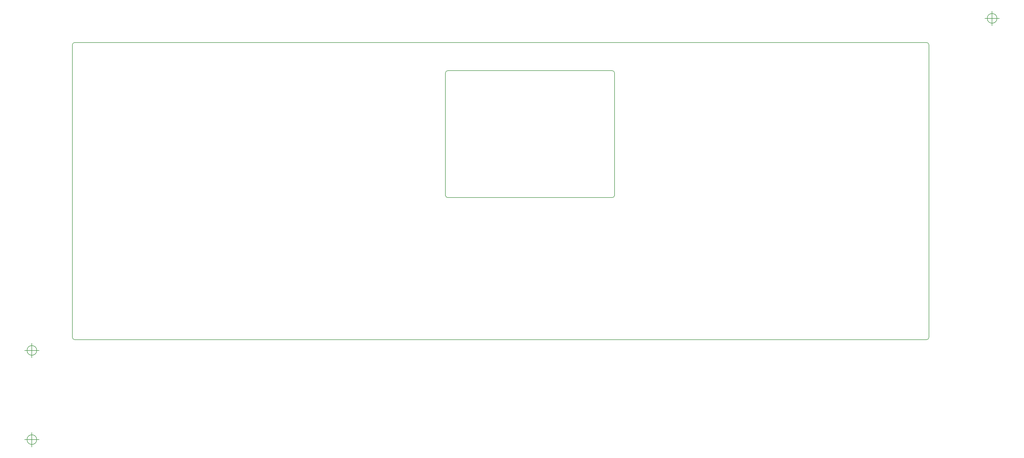
<source format=gbr>
%TF.GenerationSoftware,KiCad,Pcbnew,5.1.9*%
%TF.CreationDate,2021-03-31T15:24:56+02:00*%
%TF.ProjectId,OTTO-Beta-Front,4f54544f-2d42-4657-9461-2d46726f6e74,rev?*%
%TF.SameCoordinates,Original*%
%TF.FileFunction,Profile,NP*%
%FSLAX46Y46*%
G04 Gerber Fmt 4.6, Leading zero omitted, Abs format (unit mm)*
G04 Created by KiCad (PCBNEW 5.1.9) date 2021-03-31 15:24:56*
%MOMM*%
%LPD*%
G01*
G04 APERTURE LIST*
%TA.AperFunction,Profile*%
%ADD10C,0.150000*%
%TD*%
G04 APERTURE END LIST*
D10*
X307670000Y-8300000D02*
G75*
G02*
X308470000Y-9100000I0J-800000D01*
G01*
X308470000Y-109800000D02*
G75*
G02*
X307670000Y-110600000I-800000J0D01*
G01*
X14730000Y-110600000D02*
G75*
G02*
X13930000Y-109800000I0J800000D01*
G01*
X13930000Y-9100000D02*
G75*
G02*
X14730000Y-8300000I800000J0D01*
G01*
X307670000Y-8300000D02*
X14730000Y-8300000D01*
X13930000Y-9100000D02*
X13930000Y-109800000D01*
X308470000Y-109800000D02*
X308470000Y-9100000D01*
X14730000Y-110600000D02*
X307670000Y-110600000D01*
X1666666Y-145000000D02*
G75*
G03*
X1666666Y-145000000I-1666666J0D01*
G01*
X-2500000Y-145000000D02*
X2500000Y-145000000D01*
X0Y-142500000D02*
X0Y-147500000D01*
X200340000Y-60950000D02*
G75*
G02*
X199590000Y-61700000I-750000J0D01*
G01*
X142991041Y-61700000D02*
G75*
G02*
X142241041Y-60950000I0J750000D01*
G01*
X142240000Y-18750000D02*
G75*
G02*
X142990000Y-18000000I750000J0D01*
G01*
X199590000Y-18000000D02*
G75*
G02*
X200340000Y-18750000I0J-750000D01*
G01*
X142990000Y-18000000D02*
X199590000Y-18000000D01*
X142991041Y-61700000D02*
X199590000Y-61700000D01*
X142240000Y-18750000D02*
X142241041Y-60950000D01*
X200340000Y-18750000D02*
X200340000Y-60950000D01*
X1666666Y-114300000D02*
G75*
G03*
X1666666Y-114300000I-1666666J0D01*
G01*
X-2500000Y-114300000D02*
X2500000Y-114300000D01*
X0Y-111800000D02*
X0Y-116800000D01*
X331866666Y0D02*
G75*
G03*
X331866666Y0I-1666666J0D01*
G01*
X327700000Y0D02*
X332700000Y0D01*
X330200000Y2500000D02*
X330200000Y-2500000D01*
M02*

</source>
